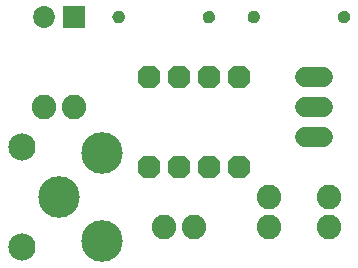
<source format=gts>
G75*
%MOIN*%
%OFA0B0*%
%FSLAX25Y25*%
%IPPOS*%
%LPD*%
%AMOC8*
5,1,8,0,0,1.08239X$1,22.5*
%
%ADD10C,0.13855*%
%ADD11C,0.09068*%
%ADD12C,0.07300*%
%ADD13R,0.07300X0.07300*%
%ADD14OC8,0.07600*%
%ADD15C,0.08200*%
%ADD16C,0.06800*%
%ADD17C,0.00500*%
D10*
X0054156Y0027200D03*
X0068723Y0012633D03*
X0068723Y0041767D03*
D11*
X0041951Y0010468D03*
X0041951Y0043932D03*
D12*
X0049156Y0087200D03*
D13*
X0059156Y0087200D03*
D14*
X0084156Y0067200D03*
X0094156Y0067200D03*
X0104156Y0067200D03*
X0114156Y0067200D03*
X0114156Y0037200D03*
X0104156Y0037200D03*
X0094156Y0037200D03*
X0084156Y0037200D03*
D15*
X0089156Y0017200D03*
X0099156Y0017200D03*
X0124156Y0017200D03*
X0124156Y0027200D03*
X0144156Y0027200D03*
X0144156Y0017200D03*
X0059156Y0057200D03*
X0049156Y0057200D03*
D16*
X0136156Y0057200D02*
X0142156Y0057200D01*
X0142156Y0047200D02*
X0136156Y0047200D01*
X0136156Y0067200D02*
X0142156Y0067200D01*
D17*
X0148440Y0085632D02*
X0148804Y0085514D01*
X0149186Y0085480D01*
X0149570Y0085520D01*
X0149936Y0085644D01*
X0150265Y0085847D01*
X0150540Y0086118D01*
X0150748Y0086443D01*
X0150879Y0086807D01*
X0150926Y0087190D01*
X0150888Y0087585D01*
X0150763Y0087961D01*
X0150558Y0088300D01*
X0150283Y0088585D01*
X0149951Y0088802D01*
X0149579Y0088939D01*
X0149186Y0088990D01*
X0148788Y0088935D01*
X0148412Y0088793D01*
X0148077Y0088570D01*
X0147799Y0088279D01*
X0147594Y0087933D01*
X0147471Y0087551D01*
X0147436Y0087150D01*
X0147488Y0086770D01*
X0147622Y0086412D01*
X0147834Y0086092D01*
X0148111Y0085828D01*
X0148440Y0085632D01*
X0147983Y0085950D02*
X0150369Y0085950D01*
X0150750Y0086448D02*
X0147609Y0086448D01*
X0147464Y0086947D02*
X0150896Y0086947D01*
X0150901Y0087445D02*
X0147462Y0087445D01*
X0147600Y0087944D02*
X0150769Y0087944D01*
X0150420Y0088442D02*
X0147955Y0088442D01*
X0148832Y0088941D02*
X0149562Y0088941D01*
X0120896Y0087160D02*
X0120849Y0086777D01*
X0120718Y0086413D01*
X0120510Y0086088D01*
X0120235Y0085817D01*
X0119906Y0085614D01*
X0119540Y0085490D01*
X0119156Y0085450D01*
X0118774Y0085484D01*
X0118410Y0085602D01*
X0118081Y0085798D01*
X0117804Y0086063D01*
X0117593Y0086382D01*
X0117458Y0086741D01*
X0117406Y0087120D01*
X0117441Y0087521D01*
X0117564Y0087903D01*
X0117770Y0088249D01*
X0118047Y0088540D01*
X0118382Y0088763D01*
X0118758Y0088905D01*
X0119156Y0088960D01*
X0119549Y0088909D01*
X0119921Y0088772D01*
X0120253Y0088555D01*
X0120528Y0088270D01*
X0120733Y0087931D01*
X0120858Y0087555D01*
X0120896Y0087160D01*
X0120870Y0086947D02*
X0117430Y0086947D01*
X0117434Y0087445D02*
X0120868Y0087445D01*
X0120726Y0087944D02*
X0117588Y0087944D01*
X0117954Y0088442D02*
X0120362Y0088442D01*
X0119301Y0088941D02*
X0119019Y0088941D01*
X0117568Y0086448D02*
X0120731Y0086448D01*
X0120370Y0085950D02*
X0117922Y0085950D01*
X0119140Y0085451D02*
X0119169Y0085451D01*
X0105871Y0086879D02*
X0105748Y0086497D01*
X0105542Y0086151D01*
X0105265Y0085860D01*
X0104930Y0085637D01*
X0104554Y0085495D01*
X0104156Y0085440D01*
X0103763Y0085491D01*
X0103391Y0085628D01*
X0103059Y0085845D01*
X0102784Y0086130D01*
X0102578Y0086469D01*
X0102454Y0086845D01*
X0102416Y0087240D01*
X0102463Y0087623D01*
X0102593Y0087987D01*
X0102802Y0088312D01*
X0103077Y0088583D01*
X0103406Y0088786D01*
X0103772Y0088910D01*
X0104156Y0088950D01*
X0104537Y0088916D01*
X0104902Y0088798D01*
X0105231Y0088602D01*
X0105508Y0088337D01*
X0105719Y0088018D01*
X0105854Y0087659D01*
X0105906Y0087280D01*
X0105871Y0086879D01*
X0105877Y0086947D02*
X0102444Y0086947D01*
X0102441Y0087445D02*
X0105883Y0087445D01*
X0105747Y0087944D02*
X0102578Y0087944D01*
X0102934Y0088442D02*
X0105398Y0088442D01*
X0104257Y0088941D02*
X0104069Y0088941D01*
X0102591Y0086448D02*
X0105719Y0086448D01*
X0105351Y0085950D02*
X0102958Y0085950D01*
X0104069Y0085451D02*
X0104237Y0085451D01*
X0075876Y0087250D02*
X0075841Y0086849D01*
X0075718Y0086467D01*
X0075512Y0086121D01*
X0075235Y0085830D01*
X0074900Y0085607D01*
X0074524Y0085465D01*
X0074126Y0085410D01*
X0073733Y0085461D01*
X0073361Y0085598D01*
X0073029Y0085815D01*
X0072754Y0086100D01*
X0072548Y0086439D01*
X0072424Y0086815D01*
X0072386Y0087210D01*
X0072433Y0087593D01*
X0072563Y0087957D01*
X0072772Y0088282D01*
X0073047Y0088553D01*
X0073376Y0088756D01*
X0073742Y0088880D01*
X0074126Y0088920D01*
X0074508Y0088886D01*
X0074872Y0088768D01*
X0075201Y0088572D01*
X0075478Y0088308D01*
X0075689Y0087988D01*
X0075824Y0087630D01*
X0075876Y0087250D01*
X0075849Y0087445D02*
X0072415Y0087445D01*
X0072411Y0086947D02*
X0075849Y0086947D01*
X0075707Y0086448D02*
X0072545Y0086448D01*
X0072899Y0085950D02*
X0075350Y0085950D01*
X0074424Y0085451D02*
X0073809Y0085451D01*
X0072559Y0087944D02*
X0075706Y0087944D01*
X0075337Y0088442D02*
X0072935Y0088442D01*
M02*

</source>
